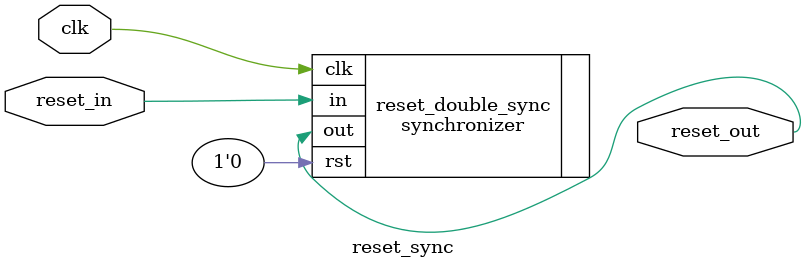
<source format=v>

module reset_sync (
  // clock for the output reset
  input  clk,
  // glitch-free input reset
  input  reset_in,
  // output reset in the clk domain
  output reset_out);

  synchronizer #(
    // The input reset is async to the output clk domain... so timing should not be
    // analyzed here!
    .FALSE_PATH_TO_IN(1),
    // Assert reset_out by default. When clk starts toggling the downstream logic will
    // be in reset for at least 10 clk cycles. This allows the clock to settle (if needed)
    // and the reset to propagate fully to all logic.
    .INITIAL_VAL(1),
    .STAGES(10)
  ) reset_double_sync (
    .clk(clk), .rst(1'b0), .in(reset_in), .out(reset_out)
  );

endmodule // reset_sync

</source>
